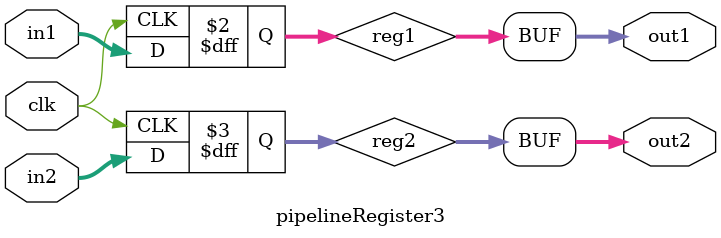
<source format=v>
module pipelineRegister3(
  input clk,
  input [31:0] in1,
  input [31:0] in2,
  output [31:0] out1,
  output [31:0] out2
);
  reg [31:0] reg1;
  reg [31:0] reg2;
  assign out1 = reg1;
  assign out2 = reg2;
  always @(posedge clk) begin
    reg1 <= in1;
    reg2 <= in2;
  end
endmodule
  
</source>
